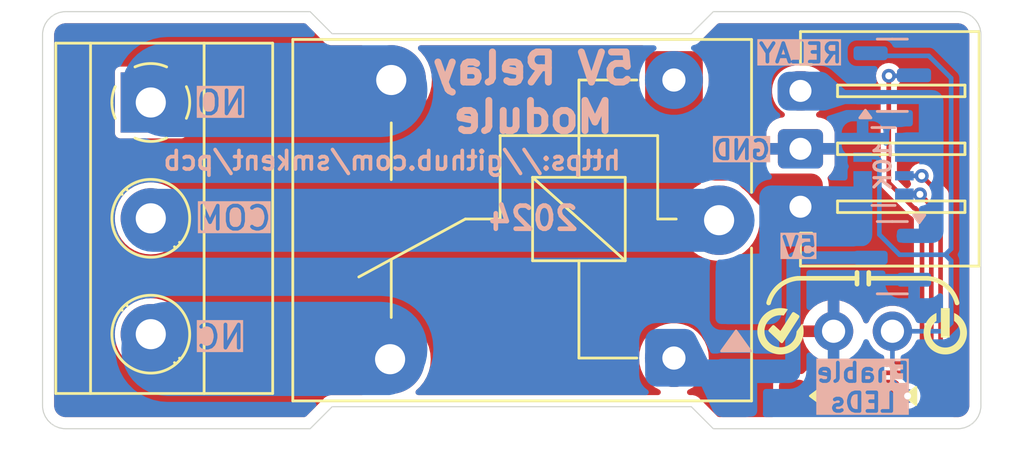
<source format=kicad_pcb>
(kicad_pcb (version 20240108) (generator "pcbnew") (generator_version "8.0")
  (layers (0 "F.Cu" signal) (31 "B.Cu" signal) (34 "B.Paste" user) (35 "F.Paste" user) (36 "B.SilkS" user "B.Silkscreen") (37 "F.SilkS" user "F.Silkscreen") (38 "B.Mask" user) (39 "F.Mask" user) (44 "Edge.Cuts" user))
  (net 0 "")
  (net 1 "+5V")
  (net 2 "RELAY_COIL")
  (net 3 "GND")
  (net 4 "RELAY_CONTROL")
  (net 5 "RELAY_SW_NO")
  (net 6 "RELAY_SW_NC")
  (net 7 "RELAY_SW_COMMON")
  (net 8 "LED_GND")
  (net 9 "Net-(LED1-A)")
  (net 10 "Net-(LED2-A)")
  (net 11 "Net-(LED2-K)")
  (footprint "custom:TerminalBlock_Phoenix_MKDS-1,5-3_1x03_P5.00mm_Horizontal_simple" (layer "F.Cu") (at 103.672 123.92 -90)
    (property "Reference" "J2" (hide yes))
    (property "Value" "Screw_Terminal_01x03")
    (fp_line (start -2.56 4.1) (end 12.56 4.1) (stroke (width 0.12)) (layer "F.SilkS"))
    (fp_line (start -2.56 2.6) (end 12.56 2.6) (stroke (width 0.12)) (layer "F.SilkS"))
    (fp_line (start 3.966 1.239) (end 3.931 1.274) (stroke (width 0.12)) (layer "F.SilkS"))
    (fp_line (start 8.966 1.239) (end 8.931 1.274) (stroke (width 0.12)) (layer "F.SilkS"))
    (fp_line (start 3.773 1.023) (end 3.726 1.069) (stroke (width 0.12)) (layer "F.SilkS"))
    (fp_line (start 8.773 1.023) (end 8.726 1.069) (stroke (width 0.12)) (layer "F.SilkS"))
    (fp_line (start 6.275 -1.069) (end 6.228 -1.023) (stroke (width 0.12)) (layer "F.SilkS"))
    (fp_line (start 11.275 -1.069) (end 11.228 -1.023) (stroke (width 0.12)) (layer "F.SilkS"))
    (fp_line (start 6.07 -1.275) (end 6.035 -1.239) (stroke (width 0.12)) (layer "F.SilkS"))
    (fp_line (start 11.07 -1.275) (end 11.035 -1.239) (stroke (width 0.12)) (layer "F.SilkS"))
    (fp_line (start -2.56 -2.301) (end 12.56 -2.301) (stroke (width 0.12)) (layer "F.SilkS"))
    (fp_line (start -2.56 -5.261) (end -2.56 4.1) (stroke (width 0.12)) (layer "F.SilkS"))
    (fp_line (start -2.56 -5.261) (end 12.56 -5.261) (stroke (width 0.12)) (layer "F.SilkS"))
    (fp_line (start 12.56 -5.261) (end 12.56 4.1) (stroke (width 0.12)) (layer "F.SilkS"))
    (fp_arc (start 0.028805 1.680253) (mid -0.335551 1.646659) (end -0.684 1.535) (stroke (width 0.12)) (layer "F.SilkS"))
    (fp_arc (start 0.683318 1.534756) (mid 0.349292 1.643288) (end 0 1.68) (stroke (width 0.12)) (layer "F.SilkS"))
    (fp_arc (start -1.535427 0.683042) (mid -1.680501 -0.000524) (end -1.535 -0.684) (stroke (width 0.12)) (layer "F.SilkS"))
    (fp_arc (start 1.535427 -0.683042) (mid 1.680501 0.000524) (end 1.535 0.684) (stroke (width 0.12)) (layer "F.SilkS"))
    (fp_arc (start -0.683042 -1.535427) (mid 0.000524 -1.680501) (end 0.684 -1.535) (stroke (width 0.12)) (layer "F.SilkS"))
    (fp_circle (center 5 0) (end 6.68 0) (stroke (width 0.12)) (fill none) (layer "F.SilkS"))
    (fp_circle (center 10 0) (end 11.68 0) (stroke (width 0.12)) (fill none) (layer "F.SilkS"))
    (pad "1" thru_hole rect (at 0 0 270) (size 2.6 2.6) (drill 1.3) (layers "*.Cu" "*.Mask") (net 5 "RELAY_SW_NO"))
    (pad "2" thru_hole circle (at 5 0 270) (size 2.6 2.6) (drill 1.3) (layers "*.Cu" "*.Mask") (net 7 "RELAY_SW_COMMON"))
    (pad "3" thru_hole circle (at 10 0 270) (size 2.6 2.6) (drill 1.3) (layers "*.Cu" "*.Mask") (net 6 "RELAY_SW_NC"))
  )
  (footprint "custom:LED_0805_2012Metric_Pad1.15x1.40mm_HandSolder_simple" (layer "F.Cu") (at 132.383 136.588)
    (property "Reference" "LED2" (hide yes))
    (property "Value" "LED")
    (fp_poly (pts (xy 0.254 -0.381) (xy 0.254 0.381) (xy -0.254 0)) (stroke (width 0.1)) (fill solid) (layer "F.SilkS"))
    (pad "1" smd roundrect (at -1.025 0) (size 1.15 1.4) (layers "F.Cu" "F.Paste" "F.Mask") (roundrect_rratio 0.217391) (net 11 "Net-(LED2-K)"))
    (pad "2" smd roundrect (at 1.025 0) (size 1.15 1.4) (layers "F.Cu" "F.Paste" "F.Mask") (roundrect_rratio 0.217391) (net 10 "Net-(LED2-A)"))
  )
  (footprint "graphics:icon-check-mark-circle-2mm" (layer "F.Cu") (at 130.85 133.794)
    (property "Reference" "G***" (hide yes))
    (property "Value" "LOGO" (hide yes))
    (fp_poly (pts (xy 0.573235 -0.8261) (xy 0.583979 -0.822741) (xy 0.586851 -0.821254) (xy 0.592033 -0.818245) (xy 0.599274 -0.813874) (xy 0.608323 -0.808303) (xy 0.61893 -0.801692) (xy 0.630844 -0.794203) (xy 0.643816 -0.785998) (xy 0.657593 -0.777237) (xy 0.671927 -0.768081) (xy 0.686566 -0.758692) (xy 0.70126 -0.749231) (xy 0.715758 -0.739858) (xy 0.72981 -0.730736) (xy 0.743166 -0.722026) (xy 0.755575 -0.713887) (xy 0.766785 -0.706483) (xy 0.776548 -0.699973) (xy 0.784612 -0.69452) (xy 0.790727 -0.690283) (xy 0.794643 -0.687425) (xy 0.79585 -0.686422) (xy 0.80468 -0.675902) (xy 0.811575 -0.663494) (xy 0.813839 -0.657712) (xy 0.816193 -0.647473) (xy 0.816902 -0.63601) (xy 0.816054 -0.624255) (xy 0.813734 -0.613139) (xy 0.81003 -0.603592) (xy 0.808548 -0.600992) (xy 0.807496 -0.599345) (xy 0.804874 -0.595252) (xy 0.800773 -0.588855) (xy 0.795284 -0.580296) (xy 0.7885 -0.569718) (xy 0.780512 -0.557264) (xy 0.771412 -0.543076) (xy 0.76129 -0.527297) (xy 0.750239 -0.51007) (xy 0.738349 -0.491538) (xy 0.725713 -0.471842) (xy 0.712423 -0.451126) (xy 0.698569 -0.429533) (xy 0.684243 -0.407204) (xy 0.669536 -0.384284) (xy 0.654541 -0.360913) (xy 0.639349 -0.337236) (xy 0.624051 -0.313394) (xy 0.608739 -0.289531) (xy 0.593504 -0.265789) (xy 0.578438 -0.24231) (xy 0.563632 -0.219238) (xy 0.549178 -0.196714) (xy 0.535168 -0.174883) (xy 0.521693 -0.153885) (xy 0.508844 -0.133865) (xy 0.496714 -0.114964) (xy 0.485393 -0.097325) (xy 0.474973 -0.081092) (xy 0.465546 -0.066406) (xy 0.465385 -0.066154) (xy 0.457666 -0.05413) (xy 0.448432 -0.039745) (xy 0.437829 -0.023228) (xy 0.426005 -0.004808) (xy 0.413105 0.015286) (xy 0.399278 0.036827) (xy 0.384669 0.059585) (xy 0.369426 0.083331) (xy 0.353696 0.107836) (xy 0.337624 0.132873) (xy 0.321359 0.158212) (xy 0.305046 0.183624) (xy 0.288833 0.208882) (xy 0.272866 0.233756) (xy 0.27244 0.234419) (xy 0.253136 0.26449) (xy 0.235419 0.292082) (xy 0.219217 0.317303) (xy 0.204458 0.340266) (xy 0.191068 0.361081) (xy 0.178977 0.379858) (xy 0.16811 0.396707) (xy 0.158395 0.41174) (xy 0.149761 0.425066) (xy 0.142133 0.436797) (xy 0.13544 0.447042) (xy 0.129609 0.455913) (xy 0.124567 0.463519) (xy 0.120242 0.469972) (xy 0.116562 0.475382) (xy 0.113453 0.479859) (xy 0.110843 0.483514) (xy 0.10866 0.486458) (xy 0.106831 0.488801) (xy 0.105283 0.490653) (xy 0.103944 0.492125) (xy 0.102742 0.493328) (xy 0.10196 0.494053) (xy 0.090215 0.502653) (xy 0.077165 0.508608) (xy 0.063242 0.511816) (xy 0.048877 0.512173) (xy 0.035738 0.509922) (xy 0.030082 0.508174) (xy 0.024858 0.506196) (xy 0.022871 0.505278) (xy 0.021989 0.504747) (xy 0.020759 0.503867) (xy 0.019113 0.502572) (xy 0.016981 0.500798) (xy 0.014292 0.498477) (xy 0.010977 0.495545) (xy 0.006966 0.491936) (xy 0.00219 0.487584) (xy -0.003421 0.482423) (xy -0.009938 0.476388) (xy -0.017429 0.469413) (xy -0.025965 0.461432) (xy -0.035615 0.45238) (xy -0.04645 0.442191) (xy -0.058539 0.4308) (xy -0.071951 0.41814) (xy -0.086757 0.404146) (xy -0.103026 0.388752) (xy -0.120828 0.371892) (xy -0.140233 0.353502) (xy -0.16131 0.333515) (xy -0.18413 0.311865) (xy -0.208762 0.288487) (xy -0.235276 0.263315) (xy -0.263742 0.236284) (xy -0.294229 0.207327) (xy -0.326807 0.17638) (xy -0.360755 0.144127) (xy -0.377718 0.128013) (xy -0.394168 0.112389) (xy -0.409957 0.097398) (xy -0.424933 0.083182) (xy -0.438947 0.069884) (xy -0.451847 0.057647) (xy -0.463482 0.046613) (xy -0.473704 0.036925) (xy -0.48236 0.028726) (xy -0.489302 0.022159) (xy -0.494377 0.017366) (xy -0.497436 0.01449) (xy -0.498085 0.013886) (xy -0.504619 0.006726) (xy -0.510122 -0.002022) (xy -0.511931 -0.005626) (xy -0.51437 -0.010848) (xy -0.516001 -0.014951) (xy -0.516986 -0.018798) (xy -0.517487 -0.023251) (xy -0.517669 -0.029171) (xy -0.517693 -0.036154) (xy -0.517709 -0.041126) (xy -0.517671 -0.045519) (xy -0.517449 -0.049524) (xy -0.51691 -0.053329) (xy -0.515926 -0.057124) (xy -0.514364 -0.061098) (xy -0.512095 -0.065439) (xy -0.508988 -0.070338) (xy -0.504913 -0.075982) (xy -0.499737 -0.082561) (xy -0.493332 -0.090265) (xy -0.485566 -0.099282) (xy -0.476308 -0.109801) (xy -0.465429 -0.122012) (xy -0.452797 -0.136103) (xy -0.438281 -0.152264) (xy -0.434788 -0.156154) (xy -0.422497 -0.169835) (xy -0.410652 -0.183007) (xy -0.399436 -0.195464) (xy -0.389035 -0.207004) (xy -0.379634 -0.217419) (xy -0.371417 -0.226507) (xy -0.364569 -0.234062) (xy -0.359276 -0.239879) (xy -0.355722 -0.243754) (xy -0.354366 -0.245204) (xy -0.346182 -0.252087) (xy -0.336016 -0.258004) (xy -0.335738 -0.258137) (xy -0.32972 -0.260822) (xy -0.324635 -0.262526) (xy -0.319289 -0.263526) (xy -0.312489 -0.2641) (xy -0.309468 -0.264256) (xy -0.295523 -0.263892) (xy -0.283312 -0.261313) (xy -0.272307 -0.256393) (xy -0.269495 -0.25466) (xy -0.267636 -0.25315) (xy -0.263663 -0.249691) (xy -0.257726 -0.244419) (xy -0.249975 -0.23747) (xy -0.24056 -0.228981) (xy -0.229629 -0.219086) (xy -0.217334 -0.207923) (xy -0.203823 -0.195625) (xy -0.189247 -0.18233) (xy -0.173755 -0.168174) (xy -0.157496 -0.153291) (xy -0.140621 -0.137818) (xy -0.133931 -0.131676) (xy -0.004014 -0.012379) (xy 0.001584 -0.02119) (xy 0.003273 -0.023834) (xy 0.006489 -0.028855) (xy 0.011096 -0.036042) (xy 0.01696 -0.045185) (xy 0.023944 -0.056072) (xy 0.031913 -0.06849) (xy 0.040732 -0.082231) (xy 0.050264 -0.097081) (xy 0.060375 -0.11283) (xy 0.070928 -0.129266) (xy 0.076339 -0.137693) (xy 0.084176 -0.149898) (xy 0.093553 -0.164504) (xy 0.104349 -0.181324) (xy 0.116444 -0.200167) (xy 0.129715 -0.220847) (xy 0.144043 -0.243173) (xy 0.159306 -0.266958) (xy 0.175383 -0.292013) (xy 0.192153 -0.318149) (xy 0.209496 -0.345178) (xy 0.227289 -0.372911) (xy 0.245413 -0.40116) (xy 0.263746 -0.429736) (xy 0.282168 -0.45845) (xy 0.300556 -0.487114) (xy 0.318791 -0.51554) (xy 0.323132 -0.522308) (xy 0.344735 -0.555975) (xy 0.364738 -0.587125) (xy 0.383193 -0.615836) (xy 0.40015 -0.642189) (xy 0.415663 -0.666263) (xy 0.429781 -0.688135) (xy 0.442558 -0.707886) (xy 0.454044 -0.725594) (xy 0.46429 -0.741339) (xy 0.47335 -0.7552) (xy 0.481273 -0.767256) (xy 0.488112 -0.777585) (xy 0.493918 -0.786267) (xy 0.498743 -0.793381) (xy 0.502639 -0.799006) (xy 0.505656 -0.803222) (xy 0.507847 -0.806106) (xy 0.50923 -0.807707) (xy 0.520057 -0.81645) (xy 0.532381 -0.822764) (xy 0.545693 -0.826545) (xy 0.559482 -0.827691)) (fill solid) (layer "F.SilkS"))
    (fp_poly (pts (xy 0.069438 -0.997777) (xy 0.125166 -0.992452) (xy 0.144615 -0.989878) (xy 0.161847 -0.987178) (xy 0.181044 -0.983726) (xy 0.201241 -0.979714) (xy 0.221473 -0.975331) (xy 0.238178 -0.971407) (xy 0.247879 -0.968966) (xy 0.25837 -0.966205) (xy 0.269218 -0.963252) (xy 0.279993 -0.960232) (xy 0.290262 -0.95727) (xy 0.299595 -0.954493) (xy 0.30756 -0.952026) (xy 0.313725 -0.949994) (xy 0.317661 -0.948525) (xy 0.318877 -0.947879) (xy 0.318141 -0.946537) (xy 0.315824 -0.942846) (xy 0.312061 -0.937011) (xy 0.306989 -0.929234) (xy 0.300744 -0.91972) (xy 0.293462 -0.908672) (xy 0.285278 -0.896296) (xy 0.27633 -0.882793) (xy 0.266754 -0.868369) (xy 0.256684 -0.853228) (xy 0.246258 -0.837572) (xy 0.235612 -0.821607) (xy 0.224882 -0.805536) (xy 0.214203 -0.789562) (xy 0.203713 -0.77389) (xy 0.193547 -0.758725) (xy 0.183841 -0.744268) (xy 0.174731 -0.730725) (xy 0.166355 -0.7183) (xy 0.158846 -0.707196) (xy 0.152343 -0.697617) (xy 0.14698 -0.689767) (xy 0.142895 -0.683851) (xy 0.140222 -0.680071) (xy 0.13918 -0.678708) (xy 0.137578 -0.678769) (xy 0.133473 -0.679279) (xy 0.127393 -0.680164) (xy 0.119868 -0.681346) (xy 0.115118 -0.682128) (xy 0.095273 -0.685228) (xy 0.076835 -0.687601) (xy 0.058906 -0.68932) (xy 0.040586 -0.690456) (xy 0.020977 -0.69108) (xy 0 -0.691263) (xy -0.021885 -0.691061) (xy -0.041604 -0.690407) (xy -0.060045 -0.689232) (xy -0.078095 -0.687465) (xy -0.096641 -0.685036) (xy -0.114616 -0.682205) (xy -0.159547 -0.673121) (xy -0.203546 -0.661139) (xy -0.246494 -0.646331) (xy -0.288273 -0.628765) (xy -0.328764 -0.608513) (xy -0.367849 -0.585643) (xy -0.40541 -0.560227) (xy -0.441327 -0.532334) (xy -0.475483 -0.502034) (xy -0.507759 -0.469397) (xy -0.538036 -0.434495) (xy -0.542268 -0.429231) (xy -0.569166 -0.392997) (xy -0.593637 -0.354964) (xy -0.61559 -0.315335) (xy -0.634935 -0.274311) (xy -0.651584 -0.232094) (xy -0.665446 -0.188886) (xy -0.67643 -0.144889) (xy -0.682213 -0.114616) (xy -0.68511 -0.096319) (xy -0.687363 -0.079604) (xy -0.689038 -0.063636) (xy -0.690201 -0.047584) (xy -0.690918 -0.030613) (xy -0.691256 -0.011889) (xy -0.691303 0) (xy -0.691154 0.020131) (xy -0.690662 0.038029) (xy -0.689761 0.054526) (xy -0.688385 0.070451) (xy -0.686469 0.086637) (xy -0.683946 0.103914) (xy -0.682203 0.114615) (xy -0.673123 0.159538) (xy -0.661145 0.203531) (xy -0.646339 0.246474) (xy -0.628776 0.28825) (xy -0.608526 0.328739) (xy -0.585659 0.367823) (xy -0.560245 0.405382) (xy -0.532355 0.441299) (xy -0.502059 0.475455) (xy -0.469427 0.507731) (xy -0.434529 0.538008) (xy -0.429231 0.542267) (xy -0.392995 0.569167) (xy -0.35496 0.593638) (xy -0.315329 0.615592) (xy -0.274303 0.634938) (xy -0.232083 0.651586) (xy -0.18887 0.665449) (xy -0.144866 0.676434) (xy -0.114616 0.682213) (xy -0.09483 0.685299) (xy -0.076361 0.687661) (xy -0.058318 0.689367) (xy -0.03981 0.690489) (xy -0.019948 0.691097) (xy 0 0.691262) (xy 0.021862 0.691061) (xy 0.041562 0.690408) (xy 0.059989 0.689235) (xy 0.078034 0.687471) (xy 0.096588 0.685046) (xy 0.114615 0.682213) (xy 0.159391 0.673171) (xy 0.203269 0.661228) (xy 0.246121 0.646459) (xy 0.287822 0.628941) (xy 0.328247 0.608751) (xy 0.367269 0.585964) (xy 0.404763 0.560657) (xy 0.440604 0.532906) (xy 0.474665 0.502788) (xy 0.506821 0.470378) (xy 0.536946 0.435754) (xy 0.551882 0.416748) (xy 0.578331 0.379338) (xy 0.602169 0.340346) (xy 0.623337 0.299907) (xy 0.641777 0.258155) (xy 0.657431 0.215223) (xy 0.670241 0.171247) (xy 0.68015 0.12636) (xy 0.68216 0.115053) (xy 0.68443 0.100141) (xy 0.6866 0.083064) (xy 0.68857 0.064735) (xy 0.690245 0.046066) (xy 0.691526 0.027971) (xy 0.691653 0.025807) (xy 0.692598 0.009308) (xy 0.816442 -0.163423) (xy 0.8312 -0.183995) (xy 0.845471 -0.203867) (xy 0.859151 -0.222896) (xy 0.872138 -0.24094) (xy 0.88433 -0.257857) (xy 0.895622 -0.273503) (xy 0.905912 -0.287737) (xy 0.915097 -0.300417) (xy 0.923074 -0.311399) (xy 0.92974 -0.320541) (xy 0.934992 -0.327702) (xy 0.938726 -0.332738) (xy 0.94084 -0.335508) (xy 0.941297 -0.336025) (xy 0.94242 -0.334501) (xy 0.944221 -0.330361) (xy 0.946588 -0.323961) (xy 0.949408 -0.315658) (xy 0.952568 -0.305808) (xy 0.955956 -0.294768) (xy 0.959459 -0.282894) (xy 0.962965 -0.270545) (xy 0.966361 -0.258076) (xy 0.968644 -0.249345) (xy 0.975181 -0.222533) (xy 0.980811 -0.196421) (xy 0.985681 -0.170181) (xy 0.989937 -0.142986) (xy 0.993726 -0.114009) (xy 0.995674 -0.096924) (xy 0.99655 -0.088546) (xy 0.997265 -0.080782) (xy 0.997836 -0.07319) (xy 0.998278 -0.06533) (xy 0.998607 -0.05676) (xy 0.998839 -0.04704) (xy 0.998988 -0.035729) (xy 0.999071 -0.022386) (xy 0.999103 -0.00657) (xy 0.999105 0) (xy 0.999046 0.020498) (xy 0.998844 0.03848) (xy 0.998464 0.054504) (xy 0.997871 0.069129) (xy 0.997028 0.082911) (xy 0.995901 0.096412) (xy 0.994454 0.110187) (xy 0.992651 0.124797) (xy 0.990457 0.140799) (xy 0.989911 0.144615) (xy 0.980806 0.19722) (xy 0.968731 0.249541) (xy 0.953779 0.30135) (xy 0.936045 0.352422) (xy 0.915623 0.402529) (xy 0.892608 0.451445) (xy 0.867094 0.498945) (xy 0.839175 0.544801) (xy 0.808946 0.588787) (xy 0.799544 0.601448) (xy 0.785709 0.619424) (xy 0.77241 0.635973) (xy 0.759098 0.651717) (xy 0.745226 0.667283) (xy 0.730246 0.683294) (xy 0.713612 0.700375) (xy 0.70701 0.70701) (xy 0.689382 0.724386) (xy 0.673052 0.739906) (xy 0.657396 0.75412) (xy 0.641789 0.767573) (xy 0.625607 0.780814) (xy 0.608225 0.79439) (xy 0.601448 0.799544) (xy 0.557327 0.830975) (xy 0.511469 0.859921) (xy 0.464027 0.886326) (xy 0.415153 0.910134) (xy 0.365 0.931288) (xy 0.313719 0.949733) (xy 0.261464 0.965411) (xy 0.208387 0.978267) (xy 0.154641 0.988245) (xy 0.100377 0.995288) (xy 0.062307 0.998433) (xy 0.051853 0.99894) (xy 0.038985 0.999322) (xy 0.024364 0.999578) (xy 0.008651 0.999709) (xy -0.007493 0.999715) (xy -0.023408 0.999597) (xy -0.038433 0.999355) (xy -0.051906 0.99899) (xy -0.063168 0.998502) (xy -0.065736 0.998349) (xy -0.117706 0.993558) (xy -0.169934 0.985836) (xy -0.222081 0.975274) (xy -0.273811 0.961961) (xy -0.324786 0.945986) (xy -0.374668 0.927439) (xy -0.423119 0.906408) (xy -0.435017 0.900749) (xy -0.480004 0.877715) (xy -0.522609 0.853275) (xy -0.563237 0.827141) (xy -0.602292 0.799026) (xy -0.640176 0.768642) (xy -0.677294 0.7357) (xy -0.707011 0.70701) (xy -0.724387 0.689382) (xy -0.739907 0.673052) (xy -0.754121 0.657396) (xy -0.767574 0.641789) (xy -0.780815 0.625607) (xy -0.794391 0.608225) (xy -0.799545 0.601448) (xy -0.830442 0.55806) (xy -0.859056 0.512735) (xy -0.885293 0.4657) (xy -0.90906 0.41718) (xy -0.930261 0.367403) (xy -0.948803 0.316594) (xy -0.96459 0.26498) (xy -0.977529 0.212788) (xy -0.987526 0.160243) (xy -0.989912 0.144615) (xy -0.992198 0.128226) (xy -0.994085 0.113354) (xy -0.995608 0.099441) (xy -0.996803 0.085928) (xy -0.997706 0.072256) (xy -0.998352 0.057868) (xy -0.998777 0.042205) (xy -0.999015 0.024708) (xy -0.999104 0.004819) (xy -0.999106 0) (xy -0.999047 -0.020499) (xy -0.998845 -0.038481) (xy -0.998465 -0.054505) (xy -0.997872 -0.06913) (xy -0.997029 -0.082912) (xy -0.995902 -0.096413) (xy -0.994455 -0.110188) (xy -0.992652 -0.124798) (xy -0.990458 -0.1408) (xy -0.989912 -0.144616) (xy -0.980807 -0.197221) (xy -0.968732 -0.249542) (xy -0.95378 -0.301351) (xy -0.936046 -0.352423) (xy -0.915624 -0.40253) (xy -0.892609 -0.451446) (xy -0.867095 -0.498946) (xy -0.839176 -0.544802) (xy -0.808947 -0.588788) (xy -0.799545 -0.601449) (xy -0.78571 -0.619425) (xy -0.772411 -0.635974) (xy -0.759099 -0.651718) (xy -0.745227 -0.667284) (xy -0.730247 -0.683295) (xy -0.713613 -0.700376) (xy -0.707011 -0.707011) (xy -0.677904 -0.735205) (xy -0.649331 -0.760975) (xy -0.620745 -0.784776) (xy -0.591596 -0.807062) (xy -0.561335 -0.82829) (xy -0.558372 -0.830275) (xy -0.510968 -0.86009) (xy -0.462363 -0.887091) (xy -0.412649 -0.911258) (xy -0.36192 -0.93257) (xy -0.310267 -0.951007) (xy -0.257782 -0.966546) (xy -0.204557 -0.979168) (xy -0.150684 -0.988851) (xy -0.096257 -0.995574) (xy -0.041366 -0.999317) (xy 0.013897 -1.000057)) (fill solid) (layer "F.SilkS"))
  )
  (footprint "Relay_THT:Relay_SPDT_SANYOU_SRD_Series_Form_C" (layer "F.Cu") (at 128.2 129 180)
    (property "Reference" "K1" (hide yes))
    (property "Value" "Relay_SPDT")
    (fp_line (start 18.4 7.8) (end -1.4 7.8) (stroke (width 0.12)) (layer "F.SilkS"))
    (fp_line (start 18.4 -7.8) (end 18.4 7.8) (stroke (width 0.12)) (layer "F.SilkS"))
    (fp_line (start 14.15 4.2) (end 14.15 1.75) (stroke (width 0.12)) (layer "F.SilkS"))
    (fp_line (start 14.15 -4.2) (end 14.15 -1.7) (stroke (width 0.12)) (layer "F.SilkS"))
    (fp_line (start 10.95 0.05) (end 15.55 -2.45) (stroke (width 0.12)) (layer "F.SilkS"))
    (fp_line (start 9.45 3.65) (end 2.65 3.65) (stroke (width 0.12)) (layer "F.SilkS"))
    (fp_line (start 9.45 0.05) (end 10.95 0.05) (stroke (width 0.12)) (layer "F.SilkS"))
    (fp_line (start 9.45 0.05) (end 9.45 3.65) (stroke (width 0.12)) (layer "F.SilkS"))
    (fp_line (start 8.05 1.85) (end 4.05 1.85) (stroke (width 0.12)) (layer "F.SilkS"))
    (fp_line (start 8.05 1.85) (end 4.05 -1.75) (stroke (width 0.12)) (layer "F.SilkS"))
    (fp_line (start 8.05 -1.75) (end 8.05 1.85) (stroke (width 0.12)) (layer "F.SilkS"))
    (fp_line (start 6.05 1.85) (end 6.05 6.05) (stroke (width 0.12)) (layer "F.SilkS"))
    (fp_line (start 6.05 -5.95) (end 6.05 -1.75) (stroke (width 0.12)) (layer "F.SilkS"))
    (fp_line (start 6.05 -5.95) (end 3.55 -5.95) (stroke (width 0.12)) (layer "F.SilkS"))
    (fp_line (start 4.05 1.85) (end 4.05 -1.75) (stroke (width 0.12)) (layer "F.SilkS"))
    (fp_line (start 4.05 -1.75) (end 8.05 -1.75) (stroke (width 0.12)) (layer "F.SilkS"))
    (fp_line (start 3.55 6.05) (end 6.05 6.05) (stroke (width 0.12)) (layer "F.SilkS"))
    (fp_line (start 2.65 0.05) (end 2.65 3.65) (stroke (width 0.12)) (layer "F.SilkS"))
    (fp_line (start 2.65 0.05) (end 1.85 0.05) (stroke (width 0.12)) (layer "F.SilkS"))
    (fp_line (start -1.4 1.2) (end -1.4 7.8) (stroke (width 0.12)) (layer "F.SilkS"))
    (fp_line (start -1.4 -7.8) (end 18.4 -7.8) (stroke (width 0.12)) (layer "F.SilkS"))
    (fp_line (start -1.4 -7.8) (end -1.4 -1.2) (stroke (width 0.12)) (layer "F.SilkS"))
    (pad "1" thru_hole circle (at 0 0 270) (size 3 3) (drill 1.3) (layers "*.Cu" "*.Mask") (net 7 "RELAY_SW_COMMON"))
    (pad "2" thru_hole circle (at 1.95 6.05 270) (size 2.5 2.5) (drill 1) (layers "*.Cu" "*.Mask") (net 1 "+5V"))
    (pad "3" thru_hole circle (at 14.15 6.05 270) (size 3 3) (drill 1.3) (layers "*.Cu" "*.Mask") (net 5 "RELAY_SW_NO"))
    (pad "4" thru_hole circle (at 14.2 -6 270) (size 3 3) (drill 1.3) (layers "*.Cu" "*.Mask") (net 6 "RELAY_SW_NC"))
    (pad "5" thru_hole circle (at 1.95 -5.95 270) (size 2.5 2.5) (drill 1) (layers "*.Cu" "*.Mask") (net 2 "RELAY_COIL"))
  )
  (footprint "graphics:icon-power-2mm" (layer "F.Cu") (at 137.962 133.794)
    (property "Reference" "G***" (hide yes))
    (property "Value" "LOGO" (hide yes))
    (fp_poly (pts (xy 0.032979 -0.999999) (xy 0.060336 -0.999991) (xy 0.084188 -0.999971) (xy 0.104781 -0.999933) (xy 0.122364 -0.999873) (xy 0.137183 -0.999785) (xy 0.149487 -0.999664) (xy 0.159521 -0.999504) (xy 0.167534 -0.999301) (xy 0.173774 -0.999048) (xy 0.178486 -0.998741) (xy 0.18192 -0.998374) (xy 0.184322 -0.997942) (xy 0.185939 -0.99744) (xy 0.18702 -0.996861) (xy 0.18781 -0.996202) (xy 0.188015 -0.996) (xy 0.188393 -0.995592) (xy 0.188747 -0.995061) (xy 0.189077 -0.994276) (xy 0.189383 -0.993106) (xy 0.189668 -0.99142) (xy 0.189932 -0.989087) (xy 0.190175 -0.985975) (xy 0.190398 -0.981955) (xy 0.190602 -0.976894) (xy 0.190789 -0.970661) (xy 0.190958 -0.963126) (xy 0.191111 -0.954158) (xy 0.191248 -0.943624) (xy 0.191371 -0.931395) (xy 0.19148 -0.917339) (xy 0.191576 -0.901324) (xy 0.19166 -0.883221) (xy 0.191732 -0.862898) (xy 0.191794 -0.840223) (xy 0.191846 -0.815066) (xy 0.191889 -0.787295) (xy 0.191924 -0.75678) (xy 0.191952 -0.723389) (xy 0.191974 -0.686992) (xy 0.19199 -0.647456) (xy 0.192001 -0.604652) (xy 0.192008 -0.558448) (xy 0.192013 -0.508712) (xy 0.192015 -0.455315) (xy 0.192015 -0.398124) (xy 0.192015 -0.363349) (xy 0.192015 0.265302) (xy 0.187386 0.269651) (xy 0.182757 0.274) (xy 0.000871 0.273936) (xy -0.03107 0.273916) (xy -0.059237 0.273878) (xy -0.083854 0.273818) (xy -0.105146 0.273734) (xy -0.12334 0.273621) (xy -0.138661 0.273476) (xy -0.151333 0.273296) (xy -0.161582 0.273078) (xy -0.169635 0.272818) (xy -0.175715 0.272513) (xy -0.180048 0.272159) (xy -0.18286 0.271754) (xy -0.184376 0.271293) (xy -0.18459 0.27116) (xy -0.18761 0.267393) (xy -0.190014 0.261996) (xy -0.19009 0.261737) (xy -0.190279 0.259093) (xy -0.190458 0.252636) (xy -0.190628 0.242553) (xy -0.190788 0.22903) (xy -0.190939 0.212255) (xy -0.19108 0.192415) (xy -0.191212 0.169696) (xy -0.191334 0.144286) (xy -0.191447 0.11637) (xy -0.19155 0.086137) (xy -0.191645 0.053773) (xy -0.191729 0.019465) (xy -0.191805 -0.0166) (xy -0.191871 -0.054235) (xy -0.191928 -0.093254) (xy -0.191976 -0.133468) (xy -0.192015 -0.174693) (xy -0.192044 -0.21674) (xy -0.192064 -0.259422) (xy -0.192076 -0.302553) (xy -0.192078 -0.345947) (xy -0.192071 -0.389415) (xy -0.192055 -0.432771) (xy -0.19203 -0.475828) (xy -0.191996 -0.518399) (xy -0.191953 -0.560298) (xy -0.191901 -0.601337) (xy -0.19184 -0.641329) (xy -0.19177 -0.680088) (xy -0.191692 -0.717427) (xy -0.191604 -0.753159) (xy -0.191508 -0.787096) (xy -0.191403 -0.819052) (xy -0.191289 -0.84884) (xy -0.191167 -0.876274) (xy -0.191036 -0.901165) (xy -0.190896 -0.923328) (xy -0.190748 -0.942575) (xy -0.19059 -0.95872) (xy -0.190425 -0.971576) (xy -0.19025 -0.980955) (xy -0.190068 -0.98667) (xy -0.189916 -0.988477) (xy -0.187618 -0.993885) (xy -0.184623 -0.997609) (xy -0.184058 -0.997977) (xy -0.181298 -0.998368) (xy -0.174586 -0.998719) (xy -0.163974 -0.999028) (xy -0.14951 -0.999296) (xy -0.131243 -0.999522) (xy -0.109224 -0.999705) (xy -0.083502 -0.999844) (xy -0.054125 -0.99994) (xy -0.021145 -0.999991) (xy 0.001869 -1)) (fill solid) (layer "F.SilkS"))
    (fp_poly (pts (xy -0.38003 -0.619088) (xy -0.38003 -0.446437) (xy -0.399531 -0.430765) (xy -0.430231 -0.404172) (xy -0.460272 -0.374438) (xy -0.488908 -0.34242) (xy -0.515389 -0.308973) (xy -0.538966 -0.274955) (xy -0.547234 -0.261682) (xy -0.556543 -0.2454) (xy -0.566428 -0.226653) (xy -0.576339 -0.206588) (xy -0.585729 -0.186354) (xy -0.594049 -0.167095) (xy -0.600752 -0.14996) (xy -0.601099 -0.149) (xy -0.608338 -0.127167) (xy -0.615372 -0.102726) (xy -0.621854 -0.077067) (xy -0.627435 -0.051582) (xy -0.631771 -0.027659) (xy -0.632335 -0.024) (xy -0.633767 -0.014004) (xy -0.634875 -0.004898) (xy -0.6357 0.004063) (xy -0.636279 0.013621) (xy -0.636653 0.02452) (xy -0.63686 0.037503) (xy -0.636939 0.053313) (xy -0.636941 0.064) (xy -0.636851 0.08377) (xy -0.636599 0.100199) (xy -0.636156 0.113945) (xy -0.635494 0.125665) (xy -0.634584 0.136015) (xy -0.633397 0.145654) (xy -0.633348 0.146) (xy -0.624155 0.197387) (xy -0.6114 0.246968) (xy -0.595098 0.294718) (xy -0.57526 0.34061) (xy -0.551901 0.384618) (xy -0.525032 0.426716) (xy -0.494667 0.466878) (xy -0.460819 0.505077) (xy -0.450085 0.516052) (xy -0.413256 0.55014) (xy -0.374409 0.580881) (xy -0.33375 0.608249) (xy -0.291484 0.632219) (xy -0.247816 0.652765) (xy -0.202952 0.669861) (xy -0.157096 0.68348) (xy -0.110454 0.693598) (xy -0.063231 0.700188) (xy -0.015632 0.703225) (xy 0.032137 0.702682) (xy 0.079873 0.698535) (xy 0.127369 0.690756) (xy 0.17442 0.67932) (xy 0.220821 0.664202) (xy 0.266368 0.645375) (xy 0.310854 0.622814) (xy 0.326447 0.613846) (xy 0.367605 0.587151) (xy 0.406549 0.557345) (xy 0.443094 0.52467) (xy 0.477058 0.489371) (xy 0.508258 0.451688) (xy 0.536511 0.411867) (xy 0.561633 0.370149) (xy 0.583442 0.326778) (xy 0.601755 0.281996) (xy 0.616388 0.236046) (xy 0.619229 0.225281) (xy 0.625074 0.201204) (xy 0.629696 0.179531) (xy 0.633221 0.159241) (xy 0.635775 0.13931) (xy 0.637481 0.118714) (xy 0.638467 0.096432) (xy 0.638857 0.071439) (xy 0.638876 0.065) (xy 0.638766 0.04319) (xy 0.638332 0.024424) (xy 0.637486 0.007752) (xy 0.63614 -0.007776) (xy 0.634203 -0.02311) (xy 0.631589 -0.039199) (xy 0.628208 -0.056994) (xy 0.626889 -0.063494) (xy 0.615535 -0.109224) (xy 0.600387 -0.154635) (xy 0.581648 -0.199295) (xy 0.559522 -0.242772) (xy 0.534213 -0.284634) (xy 0.505926 -0.324449) (xy 0.50003 -0.332) (xy 0.491467 -0.342221) (xy 0.48065 -0.354234) (xy 0.468217 -0.367407) (xy 0.454807 -0.381105) (xy 0.441057 -0.394694) (xy 0.427604 -0.407539) (xy 0.415088 -0.419006) (xy 0.404146 -0.42846) (xy 0.398474 -0.433) (xy 0.380217 -0.447) (xy 0.380124 -0.6185) (xy 0.380112 -0.648828) (xy 0.380117 -0.6754) (xy 0.380142 -0.698459) (xy 0.380191 -0.718249) (xy 0.380269 -0.735014) (xy 0.38038 -0.748997) (xy 0.380528 -0.760442) (xy 0.380717 -0.769594) (xy 0.380953 -0.776695) (xy 0.381239 -0.78199) (xy 0.381579 -0.785721) (xy 0.381978 -0.788133) (xy 0.38244 -0.78947) (xy 0.382969 -0.789975) (xy 0.383147 -0.79) (xy 0.38707 -0.788999) (xy 0.393948 -0.78616) (xy 0.403324 -0.781734) (xy 0.414741 -0.775972) (xy 0.427741 -0.769125) (xy 0.441868 -0.761442) (xy 0.456664 -0.753175) (xy 0.471671 -0.744573) (xy 0.486433 -0.735888) (xy 0.500492 -0.727369) (xy 0.513392 -0.719267) (xy 0.519335 -0.715404) (xy 0.561538 -0.68561) (xy 0.603126 -0.652369) (xy 0.643511 -0.616234) (xy 0.682106 -0.577758) (xy 0.718323 -0.537493) (xy 0.749299 -0.499) (xy 0.783864 -0.450246) (xy 0.815014 -0.399553) (xy 0.842718 -0.347119) (xy 0.866942 -0.29314) (xy 0.887654 -0.237815) (xy 0.904824 -0.18134) (xy 0.918417 -0.123911) (xy 0.928402 -0.065728) (xy 0.934747 -0.006985) (xy 0.93742 0.052118) (xy 0.936388 0.111386) (xy 0.931619 0.170621) (xy 0.923081 0.229626) (xy 0.910742 0.288204) (xy 0.894569 0.346157) (xy 0.889827 0.360813) (xy 0.868975 0.417271) (xy 0.84468 0.471874) (xy 0.817089 0.524501) (xy 0.78635 0.575031) (xy 0.752607 0.623343) (xy 0.716008 0.669317) (xy 0.676699 0.712832) (xy 0.634826 0.753768) (xy 0.590536 0.792004) (xy 0.543975 0.82742) (xy 0.49529 0.859894) (xy 0.444627 0.889307) (xy 0.392132 0.915537) (xy 0.337952 0.938464) (xy 0.282234 0.957967) (xy 0.225123 0.973927) (xy 0.166766 0.986221) (xy 0.12244 0.992943) (xy 0.10997 0.994422) (xy 0.095706 0.995959) (xy 0.081845 0.997325) (xy 0.075006 0.997934) (xy 0.06493 0.998556) (xy 0.051644 0.999038) (xy 0.035937 0.99938) (xy 0.018598 0.999583) (xy 0.000414 0.999647) (xy -0.017825 0.999573) (xy -0.035332 0.999361) (xy -0.051317 0.999011) (xy -0.064993 0.998524) (xy -0.075571 0.997901) (xy -0.076215 0.997849) (xy -0.136658 0.990866) (xy -0.19618 0.980055) (xy -0.254616 0.965507) (xy -0.311798 0.947314) (xy -0.367563 0.925567) (xy -0.421743 0.900359) (xy -0.474173 0.87178) (xy -0.524688 0.839923) (xy -0.573121 0.804878) (xy -0.619308 0.766738) (xy -0.663082 0.725593) (xy -0.704278 0.681535) (xy -0.742729 0.634657) (xy -0.749291 0.626) (xy -0.784103 0.576203) (xy -0.815501 0.524418) (xy -0.843422 0.470839) (xy -0.867799 0.41566) (xy -0.888569 0.359075) (xy -0.905666 0.30128) (xy -0.919027 0.242467) (xy -0.928586 0.182833) (xy -0.934278 0.122571) (xy -0.936046 0.065) (xy -0.934063 0.003695) (xy -0.928205 -0.056812) (xy -0.918542 -0.11638) (xy -0.905145 -0.174867) (xy -0.888084 -0.232133) (xy -0.867429 -0.288037) (xy -0.843251 -0.342437) (xy -0.81562 -0.395193) (xy -0.784607 -0.446163) (xy -0.750283 -0.495206) (xy -0.712718 -0.542181) (xy -0.671982 -0.586947) (xy -0.628146 -0.629363) (xy -0.581281 -0.669288) (xy -0.561507 -0.684677) (xy -0.533758 -0.704703) (xy -0.503452 -0.724772) (xy -0.471783 -0.744162) (xy -0.439948 -0.762149) (xy -0.409143 -0.778007) (xy -0.400531 -0.782124) (xy -0.38003 -0.79174)) (fill solid) (layer "F.SilkS"))
  )
  (footprint "custom:PinHeader_1x02_P2.54mm_Vertical_simple" (layer "F.Cu") (at 135.681 133.794 -90)
    (property "Reference" "J3" (hide yes))
    (property "Value" "Conn_01x02")
    (pad "1" thru_hole oval (at 0 0 270) (size 1.7 1.7) (drill 1) (layers "*.Cu" "*.Mask") (net 8 "LED_GND"))
    (pad "2" thru_hole oval (at 0 2.54 270) (size 1.7 1.7) (drill 1) (layers "*.Cu" "*.Mask") (net 3 "GND"))
  )
  (footprint "custom:LED_0805_2012Metric_Pad1.15x1.40mm_HandSolder_simple" (layer "F.Cu") (at 136.447 136.588)
    (property "Reference" "LED1" (hide yes))
    (property "Value" "LED")
    (fp_poly (pts (xy 0.254 -0.381) (xy 0.254 0.381) (xy -0.254 0)) (stroke (width 0.1)) (fill solid) (layer "F.SilkS"))
    (pad "1" smd roundrect (at -1.025 0) (size 1.15 1.4) (layers "F.Cu" "F.Paste" "F.Mask") (roundrect_rratio 0.217391) (net 8 "LED_GND"))
    (pad "2" smd roundrect (at 1.025 0) (size 1.15 1.4) (layers "F.Cu" "F.Paste" "F.Mask") (roundrect_rratio 0.217391) (net 9 "Net-(LED1-A)"))
  )
  (footprint "custom:JST_XH_S3B-XH_1x03_P2.50mm_Horizontal_pad2gnd" (layer "F.Cu") (at 131.712 128.42 90)
    (property "Reference" "J1" (hide yes))
    (property "Value" "Conn_01x03")
    (fp_line (start 7.56 0) (end 6.14 0) (stroke (width 0.12)) (layer "F.SilkS"))
    (fp_line (start 6.14 0) (end 6.14 0.49) (stroke (width 0.12)) (layer "F.SilkS"))
    (fp_line (start -1.14 0) (end -1.14 0.49) (stroke (width 0.12)) (layer "F.SilkS"))
    (fp_line (start -2.56 0) (end -1.14 0) (stroke (width 0.12)) (layer "F.SilkS"))
    (fp_line (start 5.25 1.6) (end 4.75 1.6) (stroke (width 0.12)) (layer "F.SilkS"))
    (fp_line (start 4.75 1.6) (end 4.75 7.1) (stroke (width 0.12)) (layer "F.SilkS"))
    (fp_line (start 2.75 1.6) (end 2.25 1.6) (stroke (width 0.12)) (layer "F.SilkS"))
    (fp_line (start 2.25 1.6) (end 2.25 7.1) (stroke (width 0.12)) (layer "F.SilkS"))
    (fp_line (start 0.25 1.6) (end -0.25 1.6) (stroke (width 0.12)) (layer "F.SilkS"))
    (fp_line (start -0.25 1.6) (end -0.25 7.1) (stroke (width 0.12)) (layer "F.SilkS"))
    (fp_line (start 5.25 7.1) (end 5.25 1.6) (stroke (width 0.12)) (layer "F.SilkS"))
    (fp_line (start 4.75 7.1) (end 5.25 7.1) (stroke (width 0.12)) (layer "F.SilkS"))
    (fp_line (start 2.75 7.1) (end 2.75 1.6) (stroke (width 0.12)) (layer "F.SilkS"))
    (fp_line (start 2.25 7.1) (end 2.75 7.1) (stroke (width 0.12)) (layer "F.SilkS"))
    (fp_line (start 0.25 7.1) (end 0.25 1.6) (stroke (width 0.12)) (layer "F.SilkS"))
    (fp_line (start -0.25 7.1) (end 0.25 7.1) (stroke (width 0.12)) (layer "F.SilkS"))
    (fp_line (start 7.56 7.71) (end 7.56 0) (stroke (width 0.12)) (layer "F.SilkS"))
    (fp_line (start 2.5 7.71) (end 7.56 7.71) (stroke (width 0.12)) (layer "F.SilkS"))
    (fp_line (start 2.5 7.71) (end -2.56 7.71) (stroke (width 0.12)) (layer "F.SilkS"))
    (fp_line (start -2.56 7.71) (end -2.56 0) (stroke (width 0.12)) (layer "F.SilkS"))
    (pad "1" thru_hole oval (at 0 0 90) (size 1.7 1.95) (drill 0.95) (layers "*.Cu" "*.Mask") (net 1 "+5V"))
    (pad "2" thru_hole roundrect (at 2.5 0 90) (size 1.7 1.95) (drill 0.95) (layers "*.Cu" "*.Mask") (roundrect_rratio 0.1470588235) (net 3 "GND"))
    (pad "3" thru_hole oval (at 5 0 90) (size 1.7 1.95) (drill 0.95) (layers "*.Cu" "*.Mask") (net 4 "RELAY_CONTROL"))
  )
  (footprint "Package_TO_SOT_SMD:SOT-23" (layer "B.Cu") (at 135.676 122.745)
    (property "Reference" "Q2" (hide yes))
    (property "Value" "BSS138")
    (fp_line (start -0.65 -1.56) (end 0 -1.56) (stroke (width 0.12)) (layer "B.SilkS"))
    (fp_line (start -0.65 1.56) (end 0 1.56) (stroke (width 0.12)) (layer "B.SilkS"))
    (fp_line (start 0.65 -1.56) (end 0 -1.56) (stroke (width 0.12)) (layer "B.SilkS"))
    (fp_line (start 0.65 1.56) (end 0 1.56) (stroke (width 0.12)) (layer "B.SilkS"))
    (fp_poly (pts (xy -1.1625 1.51) (xy -1.4025 1.84) (xy -0.9225 1.84) (xy -1.1625 1.51)) (stroke (width 0.12)) (fill solid) (layer "B.SilkS"))
    (pad "1" smd roundrect (at -0.9375 0.95) (size 1.475 0.6) (layers "B.Cu" "B.Paste" "B.Mask") (net 4 "RELAY_CONTROL"))
    (pad "2" smd roundrect (at -0.9375 -0.95) (size 1.475 0.6) (layers "B.Cu" "B.Paste" "B.Mask") (net 8 "LED_GND"))
    (pad "3" smd roundrect (at 0.9375 0) (size 1.475 0.6) (layers "B.Cu" "B.Paste" "B.Mask") (net 11 "Net-(LED2-K)"))
  )
  (footprint "Resistor_SMD:R_Array_Convex_4x0603" (layer "B.Cu") (at 135.295 126.682 180)
    (property "Reference" "RN1" (hide yes))
    (property "Value" "10K")
    (fp_line (start -0.5 1.68) (end 0.5 1.68) (stroke (width 0.12)) (layer "B.SilkS"))
    (fp_line (start -0.5 -1.68) (end 0.5 -1.68) (stroke (width 0.12)) (layer "B.SilkS"))
    (pad "1" smd rect (at -0.9 1.2 180) (size 0.8 0.5) (layers "B.Cu" "B.Paste" "B.Mask") (net 4 "RELAY_CONTROL"))
    (pad "2" smd rect (at -0.9 0.4 180) (size 0.8 0.4) (layers "B.Cu" "B.Paste" "B.Mask") (net 4 "RELAY_CONTROL"))
    (pad "3" smd rect (at -0.9 -0.4 180) (size 0.8 0.4) (layers "B.Cu" "B.Paste" "B.Mask") (net 9 "Net-(LED1-A)"))
    (pad "4" smd rect (at -0.9 -1.2 180) (size 0.8 0.5) (layers "B.Cu" "B.Paste" "B.Mask") (net 10 "Net-(LED2-A)"))
    (pad "5" smd rect (at 0.9 -1.2 180) (size 0.8 0.5) (layers "B.Cu" "B.Paste" "B.Mask") (net 1 "+5V"))
    (pad "6" smd rect (at 0.9 -0.4 180) (size 0.8 0.4) (layers "B.Cu" "B.Paste" "B.Mask") (net 1 "+5V"))
    (pad "7" smd rect (at 0.9 0.4 180) (size 0.8 0.4) (layers "B.Cu" "B.Paste" "B.Mask") (net 8 "LED_GND"))
    (pad "8" smd rect (at 0.9 1.2 180) (size 0.8 0.5) (layers "B.Cu" "B.Paste" "B.Mask") (net 3 "GND"))
  )
  (footprint "Package_TO_SOT_SMD:SOT-23" (layer "B.Cu") (at 135.676 130.619 180)
    (property "Reference" "Q1" (hide yes))
    (property "Value" "BSS138")
    (fp_line (start 0.65 1.56) (end 0 1.56) (stroke (width 0.12)) (layer "B.SilkS"))
    (fp_line (start 0.65 -1.56) (end 0 -1.56) (stroke (width 0.12)) (layer "B.SilkS"))
    (fp_line (start -0.65 1.56) (end 0 1.56) (stroke (width 0.12)) (layer "B.SilkS"))
    (fp_line (start -0.65 -1.56) (end 0 -1.56) (stroke (width 0.12)) (layer "B.SilkS"))
    (fp_poly (pts (xy -1.1625 1.51) (xy -1.4025 1.84) (xy -0.9225 1.84) (xy -1.1625 1.51)) (stroke (width 0.12)) (fill solid) (layer "B.SilkS"))
    (pad "1" smd roundrect (at -0.9375 0.95 180) (size 1.475 0.6) (layers "B.Cu" "B.Paste" "B.Mask") (net 4 "RELAY_CONTROL"))
    (pad "2" smd roundrect (at -0.9375 -0.95 180) (size 1.475 0.6) (layers "B.Cu" "B.Paste" "B.Mask") (net 3 "GND"))
    (pad "3" smd roundrect (at 0.9375 0 180) (size 1.475 0.6) (layers "B.Cu" "B.Paste" "B.Mask") (net 2 "RELAY_COIL"))
  )
  (footprint "custom:D_SMA_simple" (layer "B.Cu") (at 128.945 134.2324 -90)
    (property "Reference" "D1" (hide yes))
    (property "Value" "SS34")
    (fp_poly (pts (xy 0.420439 -0.621316) (xy -0.461741 0.012664) (xy 0.420439 0.648684)) (stroke (width 0.1)) (fill solid) (layer "B.SilkS"))
    (pad "1" smd roundrect (at -2 0 270) (size 2.5 1.8) (layers "B.Cu" "B.Paste" "B.Mask") (roundrect_rratio 0.1388888889) (net 1 "+5V"))
    (pad "2" smd roundrect (at 2 0 270) (size 2.5 1.8) (layers "B.Cu" "B.Paste" "B.Mask") (roundrect_rratio 0.1388888889) (net 2 "RELAY_COIL"))
  )
  (gr_arc (start 130.337985 132.570874) (mid 130.803219 131.836521) (end 131.608489 131.509) (stroke (width 0.2)) (layer "F.SilkS"))
  (gr_line (start 134.66 131.255) (end 134.66 131.763) (stroke (width 0.2)) (layer "F.SilkS"))
  (gr_line (start 131.612 131.509) (end 134.152 131.509) (stroke (width 0.2)) (layer "F.SilkS"))
  (gr_line (start 134.152 131.255) (end 134.152 131.763) (stroke (width 0.2)) (layer "F.SilkS"))
  (gr_line (start 134.66 131.509) (end 137.2 131.509) (stroke (width 0.2)) (layer "F.SilkS"))
  (gr_arc (start 137.2 131.509) (mid 138.00529 131.836499) (end 138.470504 132.570874) (stroke (width 0.2)) (layer "F.SilkS"))
  (gr_poly (pts (xy 110.55 138) (xy 111.5 137.05) (xy 127 137.05) (xy 127.95 138) (xy 138.5 138) (xy 138.59826 137.997653) (xy 138.791005 137.959314) (xy 138.972566 137.884108) (xy 139.135967 137.774928) (xy 139.274928 137.635967) (xy 139.384108 137.472566) (xy 139.459314 137.291005) (xy 139.497653 137.09826) (xy 139.5 137) (xy 139.5 121) (xy 139.497653 120.90174) (xy 139.459314 120.708995) (xy 139.384108 120.527434) (xy 139.274928 120.364033) (xy 139.135967 120.225072) (xy 138.972566 120.115892) (xy 138.791005 120.040686) (xy 138.59826 120.002347) (xy 138.5 120) (xy 127.95 120) (xy 127 120.95) (xy 111.49634 120.95) (xy 110.55 120) (xy 100 120) (xy 99.90174 120.002347) (xy 99.708995 120.040686) (xy 99.527434 120.115892) (xy 99.364033 120.225072) (xy 99.225072 120.364033) (xy 99.115892 120.527434) (xy 99.040686 120.708995) (xy 99.002347 120.90174) (xy 99 121) (xy 99 137) (xy 99.002347 137.09826) (xy 99.040686 137.291005) (xy 99.115892 137.472566) (xy 99.225072 137.635967) (xy 99.364033 137.774928) (xy 99.527434 137.884108) (xy 99.708995 137.959314) (xy 99.90174 137.997653) (xy 100 138)) (stroke (width 0.05)) (fill none) (layer "Edge.Cuts"))
  (gr_text "NO" (at 105.5516 123.9388 0) (layer "B.SilkS" knockout) (effects (font (size 1 1) (thickness 0.16) (bold yes)) (justify right mirror)))
  (gr_text "RELAY" (at 131.7136 122.2624 0) (layer "B.SilkS" knockout) (effects (font (size 0.8 0.8) (thickness 0.16) (bold yes)) (justify bottom mirror)))
  (gr_text "COM" (at 105.5516 128.9172 0) (layer "B.SilkS" knockout) (effects (font (size 1 1) (thickness 0.16) (bold yes)) (justify right mirror)))
  (gr_text "2024" (at 120.182 128.9172 0) (layer "B.SilkS") (effects (font (size 1 1) (thickness 0.2) (bold yes)) (justify mirror)))
  (gr_text "NC" (at 105.5516 134.048 0) (layer "B.SilkS" knockout) (effects (font (size 1 1) (thickness 0.16) (bold yes)) (justify right mirror)))
  (gr_text "5V Relay\nModule\n" (at 120.182 123.5 0) (layer "B.SilkS") (effects (font (size 1.3 1.3) (thickness 0.3) (bold yes)) (justify mirror)))
  (gr_text "https://github.com/smkent/pcb" (at 114.086 126.428 0) (layer "B.SilkS") (effects (font (size 0.8 0.8) (thickness 0.16) (bold yes)) (justify mirror)))
  (gr_text "Enable\nLEDs" (at 134.411 135.1148 0) (layer "B.SilkS" knockout) (effects (font (size 0.8 0.8) (thickness 0.16) (bold yes)) (justify top mirror)))
  (gr_text "10K" (at 135.2696 126.682 90) (layer "B.SilkS") (effects (font (size 0.7 0.7) (thickness 0.14) (bold yes)) (justify mirror)))
  (gr_text "GND" (at 130.4944 125.9708 0) (layer "B.SilkS" knockout) (effects (font (size 0.8 0.8) (thickness 0.16) (bold yes)) (justify left mirror)))
  (gr_text "5V" (at 131.6628 129.6792 0) (layer "B.SilkS" knockout) (effects (font (size 0.8 0.8) (thickness 0.16) (bold yes)) (justify top mirror)))
  (segment (start 136.3364 136.588) (end 135.422 136.588) (width 0.2) (layer "F.Cu") (net 8))
  (via (at 136.3364 136.588) (size 0.6) (drill 0.3) (layers "F.Cu" "B.Cu") (net 8))
  (segment (start 135.681 135.9326) (end 136.3364 136.588) (width 0.2) (layer "B.Cu") (net 8))
  (segment (start 138.216 130.238) (end 137.962 130.492) (width 0.2) (layer "B.Cu") (net 8))
  (segment (start 134.995 126.282) (end 134.395 126.282) (width 0.2) (layer "B.Cu") (net 8))
  (segment (start 137.2508 121.9068) (end 138.216 122.872) (width 0.2) (layer "B.Cu") (net 8))
  (segment (start 137.962 130.492) (end 135.989552 130.492) (width 0.2) (layer "B.Cu") (net 8))
  (segment (start 138.216 122.872) (end 138.216 130.238) (width 0.2) (layer "B.Cu") (net 8))
  (segment (start 135.989552 130.492) (end 135.1172 129.619648) (width 0.2) (layer "B.Cu") (net 8))
  (segment (start 137.8604 133.794) (end 135.681 133.794) (width 0.2) (layer "B.Cu") (net 8))
  (segment (start 134.7385 121.795) (end 134.8503 121.9068) (width 0.2) (layer "B.Cu") (net 8))
  (segment (start 135.681 133.794) (end 135.681 135.9326) (width 0.2) (layer "B.Cu") (net 8))
  (segment (start 135.1172 126.4042) (end 134.995 126.282) (width 0.2) (layer "B.Cu") (net 8))
  (segment (start 138.216 133.4384) (end 137.8604 133.794) (width 0.2) (layer "B.Cu") (net 8))
  (segment (start 134.8503 121.9068) (end 137.2508 121.9068) (width 0.2) (layer "B.Cu") (net 8))
  (segment (start 135.1172 129.619648) (end 135.1172 126.4042) (width 0.2) (layer "B.Cu") (net 8))
  (segment (start 138.216 130.746) (end 138.216 133.4384) (width 0.2) (layer "B.Cu") (net 8))
  (segment (start 137.962 130.492) (end 138.216 130.746) (width 0.2) (layer "B.Cu") (net 8))
  (segment (start 137.7588 127.9012) (end 136.946 127.0884) (width 0.2) (layer "F.Cu") (net 9))
  (segment (start 137.7588 136.3012) (end 137.7588 127.9012) (width 0.2) (layer "F.Cu") (net 9))
  (segment (start 137.472 136.588) (end 137.7588 136.3012) (width 0.2) (layer "F.Cu") (net 9))
  (via (at 136.946 127.0884) (size 0.6) (drill 0.3) (layers "F.Cu" "B.Cu") (net 9))
  (segment (start 136.946 127.0884) (end 136.2014 127.0884) (width 0.2) (layer "B.Cu") (net 9))
  (segment (start 136.2014 127.0884) (end 136.195 127.082) (width 0.2) (layer "B.Cu") (net 9))
  (segment (start 133.408 136.588) (end 134.408 135.588) (width 0.2) (layer "F.Cu") (net 10))
  (segment (start 136.5744 135.588) (end 137.3588 134.8036) (width 0.2) (layer "F.Cu") (net 10))
  (segment (start 137.3588 128.374784) (end 136.868673 127.884657) (width 0.2) (layer "F.Cu") (net 10))
  (segment (start 134.408 135.588) (end 136.5744 135.588) (width 0.2) (layer "F.Cu") (net 10))
  (segment (start 137.3588 134.8036) (end 137.3588 128.374784) (width 0.2) (layer "F.Cu") (net 10))
  (via (at 136.868673 127.884657) (size 0.6) (drill 0.3) (layers "F.Cu" "B.Cu") (net 10))
  (segment (start 136.868673 127.884657) (end 136.197657 127.884657) (width 0.2) (layer "B.Cu") (net 10))
  (segment (start 136.197657 127.884657) (end 136.195 127.882) (width 0.2) (layer "B.Cu") (net 10))
  (segment (start 134.242314 135.188) (end 136.408714 135.188) (width 0.2) (layer "F.Cu") (net 11))
  (segment (start 136.9588 134.637914) (end 136.9588 128.7776) (width 0.2) (layer "F.Cu") (net 11))
  (segment (start 136.665857 128.484657) (end 136.620144 128.484657) (width 0.2) (layer "F.Cu") (net 11))
  (segment (start 135.5236 127.388113) (end 135.5236 122.7704) (width 0.2) (layer "F.Cu") (net 11))
  (segment (start 131.358 136.588) (end 132.358 135.588) (width 0.2) (layer "F.Cu") (net 11))
  (segment (start 136.9588 128.7776) (end 136.665857 128.484657) (width 0.2) (layer "F.Cu") (net 11))
  (segment (start 132.358 135.588) (end 133.842314 135.588) (width 0.2) (layer "F.Cu") (net 11))
  (segment (start 133.842314 135.588) (end 134.242314 135.188) (width 0.2) (layer "F.Cu") (net 11))
  (segment (start 136.620144 128.484657) (end 135.5236 127.388113) (width 0.2) (layer "F.Cu") (net 11))
  (segment (start 136.408714 135.188) (end 136.9588 134.637914) (width 0.2) (layer "F.Cu") (net 11))
  (via (at 135.5236 122.7704) (size 0.6) (drill 0.3) (layers "F.Cu" "B.Cu") (net 11))
  (segment (start 136.5881 122.7704) (end 136.6135 122.745) (width 0.2) (layer "B.Cu") (net 11))
  (segment (start 135.5236 122.7704) (end 136.5881 122.7704) (width 0.2) (layer "B.Cu") (net 11))
  (zone (net 1) (net_name "+5V") (layer "F.Cu") (priority 4) (connect_pads yes (clearance 0)) (min_thickness 0.25) (fill yes (thermal_gap 0.5) (thermal_bridge_width 0.5) (smoothing fillet) (radius 0.5))
    (polygon (pts (xy 132.6788 129.2728) (xy 130.7484 129.2728) (xy 130.7484 129.1712) (xy 128.8688 127.2916) (xy 127.802 127.2916) (xy 125.008 124.4976) (xy 125.008 121.7036) (xy 127.4972 121.7036) (xy 127.4972 124.4976) (xy 129.9864 126.9868) (xy 132.6788 126.9868)))
  )
  (zone (net 3) (net_name "GND") (layers "F&B.Cu") (connect_pads (clearance 0.25)) (min_thickness 0.25) (fill yes (thermal_gap 0.5) (thermal_bridge_width 0.5))
    (polygon (pts (xy 140 138) (xy 98.5 138) (xy 98.5 120) (xy 140 120)))
  )
  (zone (net 6) (net_name "RELAY_SW_NC") (layer "B.Cu") (priority 5) (connect_pads yes (clearance 0)) (min_thickness 0.25) (fill yes (thermal_gap 0.5) (thermal_bridge_width 0.5) (smoothing fillet) (radius 2))
    (polygon (pts (xy 115.61 136.588) (xy 102.402 136.588) (xy 102.402 132.524) (xy 115.61 132.524)))
  )
  (zone (net 2) (net_name "RELAY_COIL") (layer "B.Cu") (priority 2) (connect_pads yes (clearance 0)) (min_thickness 0.25) (fill yes (thermal_gap 0.5) (thermal_bridge_width 0.5) (smoothing fillet) (radius 0.5))
    (polygon (pts (xy 135.4728 130.3396) (xy 133.9996 130.3396) (xy 131.0532 130.3396) (xy 131.0532 135.0132) (xy 127.7004 135.0132) (xy 127.04 133.6924) (xy 125.008 133.6924) (xy 125.008 136.1816) (xy 127.4464 136.1816) (xy 128.056 137.5024) (xy 129.834 137.5024) (xy 129.834 136.0292) (xy 131.7136 136.0292) (xy 131.7136 130.8984) (xy 135.4728 130.8984)))
  )
  (zone (net 1) (net_name "+5V") (layer "B.Cu") (priority 3) (connect_pads yes (clearance 0)) (min_thickness 0.25) (fill yes (thermal_gap 0.5) (thermal_bridge_width 0.5) (smoothing fillet) (radius 0.5))
    (polygon (pts (xy 134.8124 126.8852) (xy 133.9996 126.8852) (xy 133.9996 127.5456) (xy 129.9356 127.4948) (xy 129.9356 130.4412) (xy 128.056 130.492) (xy 128.056 133.4892) (xy 130.9008 133.4892) (xy 130.9008 130.1364) (xy 134.8124 130.1364) (xy 134.8124 128.1552)))
  )
  (zone (net 5) (net_name "RELAY_SW_NO") (layer "B.Cu") (priority 5) (connect_pads yes (clearance 0)) (min_thickness 0.25) (fill yes (thermal_gap 0.5) (thermal_bridge_width 0.5) (smoothing fillet) (radius 2))
    (polygon (pts (xy 115.61 125.412) (xy 102.402 125.412) (xy 102.402 121.348) (xy 115.61 121.348)))
  )
  (zone (net 7) (net_name "RELAY_SW_COMMON") (layer "B.Cu") (priority 5) (connect_pads yes (clearance 0)) (min_thickness 0.25) (fill yes (thermal_gap 0.5) (thermal_bridge_width 0.5) (smoothing fillet) (radius 2))
    (polygon (pts (xy 129.7324 130.365) (xy 102.402 130.365) (xy 102.402 127.6472) (xy 129.7324 127.6472)))
  )
  (zone (net 4) (net_name "RELAY_CONTROL") (layer "B.Cu") (priority 1) (connect_pads yes (clearance 0)) (min_thickness 0.25) (fill yes (thermal_gap 0.5) (thermal_bridge_width 0.5) (smoothing fillet) (radius 0.5))
    (polygon (pts (xy 133.644 123.38) (xy 132.755 122.5926) (xy 130.723 122.5926) (xy 130.723 124.269) (xy 132.7804 124.269) (xy 133.644 123.9896) (xy 136.819 123.9896) (xy 136.819 125.2088) (xy 135.7776 125.2088) (xy 135.7776 126.4788) (xy 136.8444 126.4788) (xy 136.819 129.3744) (xy 135.8538 129.3744) (xy 135.8538 129.984) (xy 137.8858 129.984) (xy 137.8858 123.38)))
  )
)
</source>
